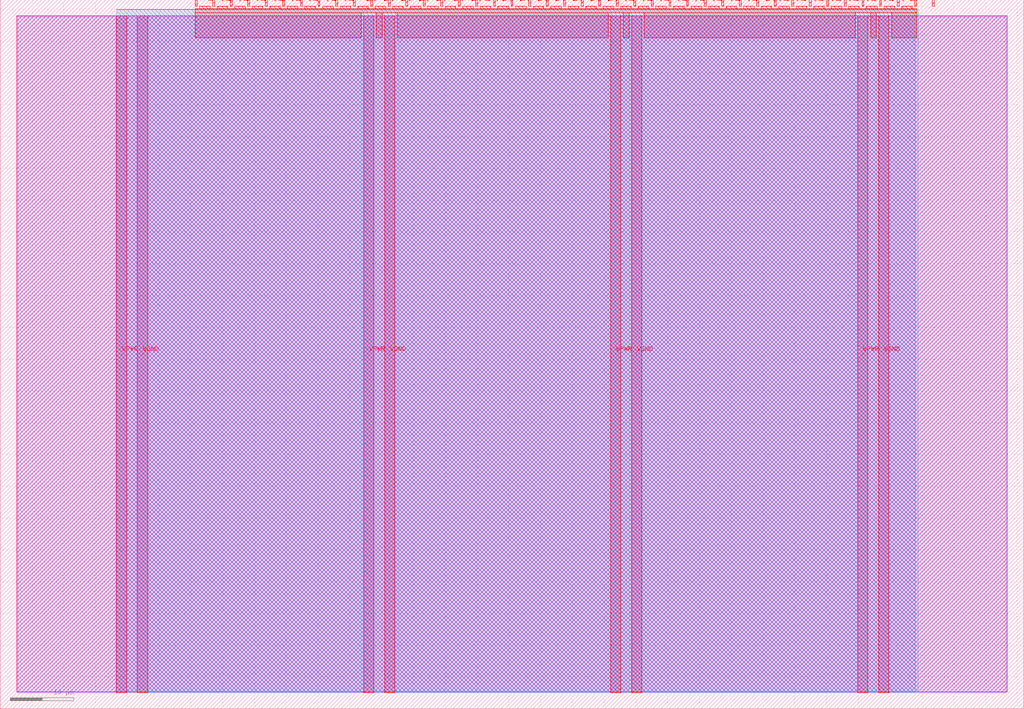
<source format=lef>
VERSION 5.7 ;
  NOWIREEXTENSIONATPIN ON ;
  DIVIDERCHAR "/" ;
  BUSBITCHARS "[]" ;
MACRO tt_um_wokwi_442977511980360705
  CLASS BLOCK ;
  FOREIGN tt_um_wokwi_442977511980360705 ;
  ORIGIN 0.000 0.000 ;
  SIZE 161.000 BY 111.520 ;
  PIN VGND
    DIRECTION INOUT ;
    USE GROUND ;
    PORT
      LAYER met4 ;
        RECT 21.580 2.480 23.180 109.040 ;
    END
    PORT
      LAYER met4 ;
        RECT 60.450 2.480 62.050 109.040 ;
    END
    PORT
      LAYER met4 ;
        RECT 99.320 2.480 100.920 109.040 ;
    END
    PORT
      LAYER met4 ;
        RECT 138.190 2.480 139.790 109.040 ;
    END
  END VGND
  PIN VPWR
    DIRECTION INOUT ;
    USE POWER ;
    PORT
      LAYER met4 ;
        RECT 18.280 2.480 19.880 109.040 ;
    END
    PORT
      LAYER met4 ;
        RECT 57.150 2.480 58.750 109.040 ;
    END
    PORT
      LAYER met4 ;
        RECT 96.020 2.480 97.620 109.040 ;
    END
    PORT
      LAYER met4 ;
        RECT 134.890 2.480 136.490 109.040 ;
    END
  END VPWR
  PIN clk
    DIRECTION INPUT ;
    USE SIGNAL ;
    ANTENNAGATEAREA 0.159000 ;
    PORT
      LAYER met4 ;
        RECT 143.830 110.520 144.130 111.520 ;
    END
  END clk
  PIN ena
    DIRECTION INPUT ;
    USE SIGNAL ;
    PORT
      LAYER met4 ;
        RECT 146.590 110.520 146.890 111.520 ;
    END
  END ena
  PIN rst_n
    DIRECTION INPUT ;
    USE SIGNAL ;
    PORT
      LAYER met4 ;
        RECT 141.070 110.520 141.370 111.520 ;
    END
  END rst_n
  PIN ui_in[0]
    DIRECTION INPUT ;
    USE SIGNAL ;
    PORT
      LAYER met4 ;
        RECT 138.310 110.520 138.610 111.520 ;
    END
  END ui_in[0]
  PIN ui_in[1]
    DIRECTION INPUT ;
    USE SIGNAL ;
    PORT
      LAYER met4 ;
        RECT 135.550 110.520 135.850 111.520 ;
    END
  END ui_in[1]
  PIN ui_in[2]
    DIRECTION INPUT ;
    USE SIGNAL ;
    PORT
      LAYER met4 ;
        RECT 132.790 110.520 133.090 111.520 ;
    END
  END ui_in[2]
  PIN ui_in[3]
    DIRECTION INPUT ;
    USE SIGNAL ;
    PORT
      LAYER met4 ;
        RECT 130.030 110.520 130.330 111.520 ;
    END
  END ui_in[3]
  PIN ui_in[4]
    DIRECTION INPUT ;
    USE SIGNAL ;
    PORT
      LAYER met4 ;
        RECT 127.270 110.520 127.570 111.520 ;
    END
  END ui_in[4]
  PIN ui_in[5]
    DIRECTION INPUT ;
    USE SIGNAL ;
    PORT
      LAYER met4 ;
        RECT 124.510 110.520 124.810 111.520 ;
    END
  END ui_in[5]
  PIN ui_in[6]
    DIRECTION INPUT ;
    USE SIGNAL ;
    PORT
      LAYER met4 ;
        RECT 121.750 110.520 122.050 111.520 ;
    END
  END ui_in[6]
  PIN ui_in[7]
    DIRECTION INPUT ;
    USE SIGNAL ;
    PORT
      LAYER met4 ;
        RECT 118.990 110.520 119.290 111.520 ;
    END
  END ui_in[7]
  PIN uio_in[0]
    DIRECTION INPUT ;
    USE SIGNAL ;
    PORT
      LAYER met4 ;
        RECT 116.230 110.520 116.530 111.520 ;
    END
  END uio_in[0]
  PIN uio_in[1]
    DIRECTION INPUT ;
    USE SIGNAL ;
    PORT
      LAYER met4 ;
        RECT 113.470 110.520 113.770 111.520 ;
    END
  END uio_in[1]
  PIN uio_in[2]
    DIRECTION INPUT ;
    USE SIGNAL ;
    PORT
      LAYER met4 ;
        RECT 110.710 110.520 111.010 111.520 ;
    END
  END uio_in[2]
  PIN uio_in[3]
    DIRECTION INPUT ;
    USE SIGNAL ;
    PORT
      LAYER met4 ;
        RECT 107.950 110.520 108.250 111.520 ;
    END
  END uio_in[3]
  PIN uio_in[4]
    DIRECTION INPUT ;
    USE SIGNAL ;
    PORT
      LAYER met4 ;
        RECT 105.190 110.520 105.490 111.520 ;
    END
  END uio_in[4]
  PIN uio_in[5]
    DIRECTION INPUT ;
    USE SIGNAL ;
    PORT
      LAYER met4 ;
        RECT 102.430 110.520 102.730 111.520 ;
    END
  END uio_in[5]
  PIN uio_in[6]
    DIRECTION INPUT ;
    USE SIGNAL ;
    PORT
      LAYER met4 ;
        RECT 99.670 110.520 99.970 111.520 ;
    END
  END uio_in[6]
  PIN uio_in[7]
    DIRECTION INPUT ;
    USE SIGNAL ;
    PORT
      LAYER met4 ;
        RECT 96.910 110.520 97.210 111.520 ;
    END
  END uio_in[7]
  PIN uio_oe[0]
    DIRECTION OUTPUT ;
    USE SIGNAL ;
    PORT
      LAYER met4 ;
        RECT 49.990 110.520 50.290 111.520 ;
    END
  END uio_oe[0]
  PIN uio_oe[1]
    DIRECTION OUTPUT ;
    USE SIGNAL ;
    PORT
      LAYER met4 ;
        RECT 47.230 110.520 47.530 111.520 ;
    END
  END uio_oe[1]
  PIN uio_oe[2]
    DIRECTION OUTPUT ;
    USE SIGNAL ;
    PORT
      LAYER met4 ;
        RECT 44.470 110.520 44.770 111.520 ;
    END
  END uio_oe[2]
  PIN uio_oe[3]
    DIRECTION OUTPUT ;
    USE SIGNAL ;
    PORT
      LAYER met4 ;
        RECT 41.710 110.520 42.010 111.520 ;
    END
  END uio_oe[3]
  PIN uio_oe[4]
    DIRECTION OUTPUT ;
    USE SIGNAL ;
    PORT
      LAYER met4 ;
        RECT 38.950 110.520 39.250 111.520 ;
    END
  END uio_oe[4]
  PIN uio_oe[5]
    DIRECTION OUTPUT ;
    USE SIGNAL ;
    PORT
      LAYER met4 ;
        RECT 36.190 110.520 36.490 111.520 ;
    END
  END uio_oe[5]
  PIN uio_oe[6]
    DIRECTION OUTPUT ;
    USE SIGNAL ;
    PORT
      LAYER met4 ;
        RECT 33.430 110.520 33.730 111.520 ;
    END
  END uio_oe[6]
  PIN uio_oe[7]
    DIRECTION OUTPUT ;
    USE SIGNAL ;
    PORT
      LAYER met4 ;
        RECT 30.670 110.520 30.970 111.520 ;
    END
  END uio_oe[7]
  PIN uio_out[0]
    DIRECTION OUTPUT ;
    USE SIGNAL ;
    PORT
      LAYER met4 ;
        RECT 72.070 110.520 72.370 111.520 ;
    END
  END uio_out[0]
  PIN uio_out[1]
    DIRECTION OUTPUT ;
    USE SIGNAL ;
    PORT
      LAYER met4 ;
        RECT 69.310 110.520 69.610 111.520 ;
    END
  END uio_out[1]
  PIN uio_out[2]
    DIRECTION OUTPUT ;
    USE SIGNAL ;
    PORT
      LAYER met4 ;
        RECT 66.550 110.520 66.850 111.520 ;
    END
  END uio_out[2]
  PIN uio_out[3]
    DIRECTION OUTPUT ;
    USE SIGNAL ;
    PORT
      LAYER met4 ;
        RECT 63.790 110.520 64.090 111.520 ;
    END
  END uio_out[3]
  PIN uio_out[4]
    DIRECTION OUTPUT ;
    USE SIGNAL ;
    PORT
      LAYER met4 ;
        RECT 61.030 110.520 61.330 111.520 ;
    END
  END uio_out[4]
  PIN uio_out[5]
    DIRECTION OUTPUT ;
    USE SIGNAL ;
    PORT
      LAYER met4 ;
        RECT 58.270 110.520 58.570 111.520 ;
    END
  END uio_out[5]
  PIN uio_out[6]
    DIRECTION OUTPUT ;
    USE SIGNAL ;
    PORT
      LAYER met4 ;
        RECT 55.510 110.520 55.810 111.520 ;
    END
  END uio_out[6]
  PIN uio_out[7]
    DIRECTION OUTPUT ;
    USE SIGNAL ;
    PORT
      LAYER met4 ;
        RECT 52.750 110.520 53.050 111.520 ;
    END
  END uio_out[7]
  PIN uo_out[0]
    DIRECTION OUTPUT ;
    USE SIGNAL ;
    ANTENNADIFFAREA 0.445500 ;
    PORT
      LAYER met4 ;
        RECT 94.150 110.520 94.450 111.520 ;
    END
  END uo_out[0]
  PIN uo_out[1]
    DIRECTION OUTPUT ;
    USE SIGNAL ;
    ANTENNADIFFAREA 0.445500 ;
    PORT
      LAYER met4 ;
        RECT 91.390 110.520 91.690 111.520 ;
    END
  END uo_out[1]
  PIN uo_out[2]
    DIRECTION OUTPUT ;
    USE SIGNAL ;
    ANTENNADIFFAREA 0.445500 ;
    PORT
      LAYER met4 ;
        RECT 88.630 110.520 88.930 111.520 ;
    END
  END uo_out[2]
  PIN uo_out[3]
    DIRECTION OUTPUT ;
    USE SIGNAL ;
    ANTENNADIFFAREA 0.445500 ;
    PORT
      LAYER met4 ;
        RECT 85.870 110.520 86.170 111.520 ;
    END
  END uo_out[3]
  PIN uo_out[4]
    DIRECTION OUTPUT ;
    USE SIGNAL ;
    PORT
      LAYER met4 ;
        RECT 83.110 110.520 83.410 111.520 ;
    END
  END uo_out[4]
  PIN uo_out[5]
    DIRECTION OUTPUT ;
    USE SIGNAL ;
    PORT
      LAYER met4 ;
        RECT 80.350 110.520 80.650 111.520 ;
    END
  END uo_out[5]
  PIN uo_out[6]
    DIRECTION OUTPUT ;
    USE SIGNAL ;
    PORT
      LAYER met4 ;
        RECT 77.590 110.520 77.890 111.520 ;
    END
  END uo_out[6]
  PIN uo_out[7]
    DIRECTION OUTPUT ;
    USE SIGNAL ;
    PORT
      LAYER met4 ;
        RECT 74.830 110.520 75.130 111.520 ;
    END
  END uo_out[7]
  OBS
      LAYER nwell ;
        RECT 2.570 2.635 158.430 108.990 ;
      LAYER li1 ;
        RECT 2.760 2.635 158.240 108.885 ;
      LAYER met1 ;
        RECT 2.760 2.480 158.240 109.040 ;
      LAYER met2 ;
        RECT 18.310 2.535 143.890 110.005 ;
      LAYER met3 ;
        RECT 18.290 2.555 144.370 109.985 ;
      LAYER met4 ;
        RECT 31.370 110.120 33.030 110.520 ;
        RECT 34.130 110.120 35.790 110.520 ;
        RECT 36.890 110.120 38.550 110.520 ;
        RECT 39.650 110.120 41.310 110.520 ;
        RECT 42.410 110.120 44.070 110.520 ;
        RECT 45.170 110.120 46.830 110.520 ;
        RECT 47.930 110.120 49.590 110.520 ;
        RECT 50.690 110.120 52.350 110.520 ;
        RECT 53.450 110.120 55.110 110.520 ;
        RECT 56.210 110.120 57.870 110.520 ;
        RECT 58.970 110.120 60.630 110.520 ;
        RECT 61.730 110.120 63.390 110.520 ;
        RECT 64.490 110.120 66.150 110.520 ;
        RECT 67.250 110.120 68.910 110.520 ;
        RECT 70.010 110.120 71.670 110.520 ;
        RECT 72.770 110.120 74.430 110.520 ;
        RECT 75.530 110.120 77.190 110.520 ;
        RECT 78.290 110.120 79.950 110.520 ;
        RECT 81.050 110.120 82.710 110.520 ;
        RECT 83.810 110.120 85.470 110.520 ;
        RECT 86.570 110.120 88.230 110.520 ;
        RECT 89.330 110.120 90.990 110.520 ;
        RECT 92.090 110.120 93.750 110.520 ;
        RECT 94.850 110.120 96.510 110.520 ;
        RECT 97.610 110.120 99.270 110.520 ;
        RECT 100.370 110.120 102.030 110.520 ;
        RECT 103.130 110.120 104.790 110.520 ;
        RECT 105.890 110.120 107.550 110.520 ;
        RECT 108.650 110.120 110.310 110.520 ;
        RECT 111.410 110.120 113.070 110.520 ;
        RECT 114.170 110.120 115.830 110.520 ;
        RECT 116.930 110.120 118.590 110.520 ;
        RECT 119.690 110.120 121.350 110.520 ;
        RECT 122.450 110.120 124.110 110.520 ;
        RECT 125.210 110.120 126.870 110.520 ;
        RECT 127.970 110.120 129.630 110.520 ;
        RECT 130.730 110.120 132.390 110.520 ;
        RECT 133.490 110.120 135.150 110.520 ;
        RECT 136.250 110.120 137.910 110.520 ;
        RECT 139.010 110.120 140.670 110.520 ;
        RECT 141.770 110.120 143.430 110.520 ;
        RECT 30.655 109.440 144.145 110.120 ;
        RECT 30.655 105.575 56.750 109.440 ;
        RECT 59.150 105.575 60.050 109.440 ;
        RECT 62.450 105.575 95.620 109.440 ;
        RECT 98.020 105.575 98.920 109.440 ;
        RECT 101.320 105.575 134.490 109.440 ;
        RECT 136.890 105.575 137.790 109.440 ;
        RECT 140.190 105.575 144.145 109.440 ;
  END
END tt_um_wokwi_442977511980360705
END LIBRARY


</source>
